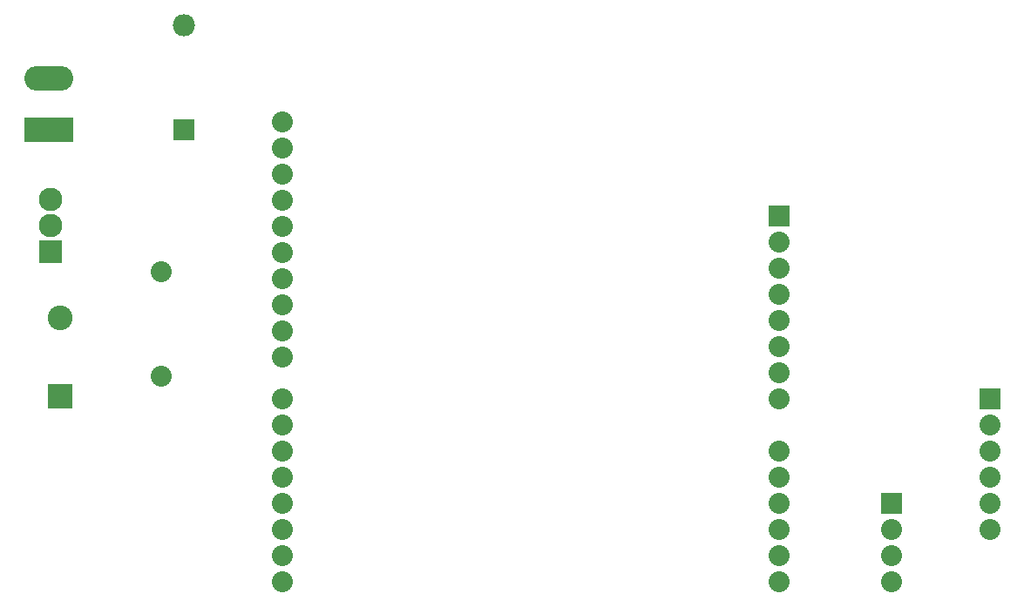
<source format=gbr>
%TF.GenerationSoftware,KiCad,Pcbnew,7.0.10-7.0.10~ubuntu22.04.1*%
%TF.CreationDate,2024-01-26T16:23:07-07:00*%
%TF.ProjectId,ph_meter,70685f6d-6574-4657-922e-6b696361645f,1.3*%
%TF.SameCoordinates,Original*%
%TF.FileFunction,Soldermask,Bot*%
%TF.FilePolarity,Negative*%
%FSLAX46Y46*%
G04 Gerber Fmt 4.6, Leading zero omitted, Abs format (unit mm)*
G04 Created by KiCad (PCBNEW 7.0.10-7.0.10~ubuntu22.04.1) date 2024-01-26 16:23:07*
%MOMM*%
%LPD*%
G01*
G04 APERTURE LIST*
%ADD10R,2.032000X2.032000*%
%ADD11O,2.032000X2.032000*%
%ADD12R,4.749800X2.374900*%
%ADD13O,4.749800X2.374900*%
%ADD14O,2.286000X2.286000*%
%ADD15R,2.286000X2.286000*%
%ADD16O,2.159000X2.159000*%
%ADD17R,2.159000X2.159000*%
%ADD18C,2.032000*%
%ADD19R,2.413000X2.413000*%
%ADD20C,2.413000*%
G04 APERTURE END LIST*
D10*
%TO.C,A2*%
X154580000Y-97775000D03*
D11*
X154580000Y-100315000D03*
X154580000Y-102855000D03*
X154580000Y-105395000D03*
X154580000Y-107935000D03*
X154580000Y-110475000D03*
X154580000Y-113015000D03*
X154580000Y-115555000D03*
X154580000Y-120635000D03*
X154580000Y-123175000D03*
X154580000Y-125715000D03*
X154580000Y-128255000D03*
X154580000Y-130795000D03*
X154580000Y-133335000D03*
X106320000Y-133335000D03*
X106320000Y-130795000D03*
X106320000Y-128255000D03*
X106320000Y-125715000D03*
X106320000Y-123175000D03*
X106320000Y-120635000D03*
X106320000Y-118095000D03*
X106320000Y-115555000D03*
X106320000Y-111495000D03*
X106320000Y-108955000D03*
X106320000Y-106415000D03*
X106320000Y-103875000D03*
X106320000Y-101335000D03*
X106320000Y-98795000D03*
X106320000Y-96255000D03*
X106320000Y-93715000D03*
X106320000Y-91175000D03*
X106320000Y-88635000D03*
%TD*%
D12*
%TO.C,J3*%
X83650000Y-89380000D03*
D13*
X83650000Y-84380000D03*
%TD*%
D14*
%TO.C,Q1*%
X83805000Y-96140000D03*
X83805000Y-98680000D03*
D15*
X83805000Y-101220000D03*
%TD*%
D16*
%TO.C,D1*%
X96750000Y-79250000D03*
D17*
X96750000Y-89410000D03*
%TD*%
D18*
%TO.C,R1*%
X94600000Y-103200000D03*
D11*
X94600000Y-113360000D03*
%TD*%
D19*
%TO.C,BZ1*%
X84741360Y-115287500D03*
D20*
X84741360Y-107687500D03*
%TD*%
D10*
%TO.C,J4*%
X175050000Y-115570000D03*
D11*
X175050000Y-118110000D03*
X175050000Y-120650000D03*
X175050000Y-123190000D03*
X175050000Y-125730000D03*
X175050000Y-128270000D03*
%TD*%
D10*
%TO.C,J2*%
X165500000Y-125750000D03*
D11*
X165500000Y-128290000D03*
X165500000Y-130830000D03*
X165500000Y-133370000D03*
%TD*%
M02*

</source>
